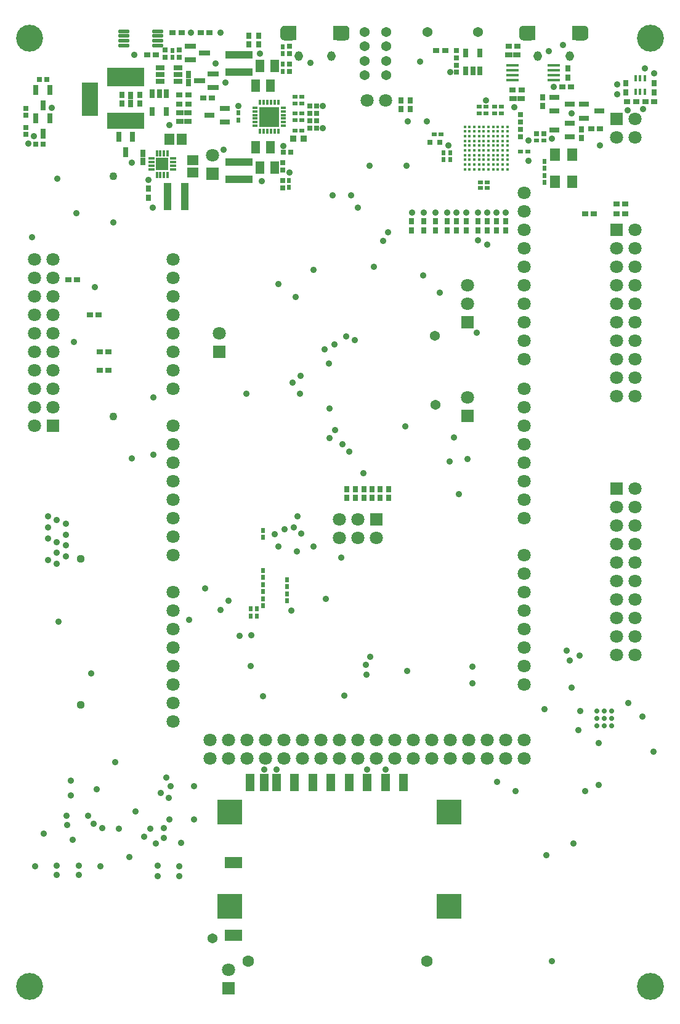
<source format=gbs>
%FSLAX43Y43*%
%MOMM*%
G71*
G01*
G75*
G04 Layer_Color=16711935*
%ADD10C,0.175*%
%ADD11R,0.600X0.900*%
%ADD12R,0.800X0.650*%
%ADD13R,0.900X0.600*%
%ADD14R,0.650X0.800*%
%ADD15R,0.500X0.650*%
%ADD16R,0.600X0.550*%
%ADD17R,1.050X0.600*%
%ADD18R,0.550X0.600*%
%ADD19R,0.700X0.700*%
%ADD20R,1.000X2.250*%
%ADD21R,1.200X1.200*%
%ADD22R,1.200X1.200*%
%ADD23R,0.400X1.350*%
%ADD24R,1.100X0.600*%
%ADD25R,1.100X1.000*%
%ADD26R,0.700X0.700*%
%ADD27R,0.650X0.500*%
%ADD28R,1.500X2.400*%
%ADD29R,2.200X1.500*%
%ADD30R,1.092X1.600*%
%ADD31R,1.600X1.092*%
%ADD32R,1.350X1.500*%
%ADD33R,1.500X1.350*%
%ADD34R,0.762X0.762*%
%ADD35R,0.500X0.600*%
%ADD36R,0.762X0.762*%
%ADD37R,0.950X1.000*%
%ADD38R,2.800X1.400*%
%ADD39R,1.600X1.300*%
%ADD40R,1.300X1.600*%
%ADD41R,0.950X1.750*%
%ADD42R,2.500X4.600*%
%ADD43R,2.200X0.600*%
%ADD44R,0.300X1.700*%
%ADD45O,0.300X1.700*%
%ADD46O,1.700X0.300*%
%ADD47R,0.850X0.300*%
%ADD48R,1.300X1.400*%
%ADD49R,0.230X0.500*%
%ADD50R,0.500X0.230*%
%ADD51R,3.400X3.400*%
%ADD52C,0.320*%
%ADD53R,0.600X1.100*%
%ADD54R,4.100X3.500*%
%ADD55R,0.350X0.675*%
%ADD56R,2.500X1.700*%
%ADD57R,1.400X1.600*%
%ADD58R,0.700X0.300*%
%ADD59O,0.200X0.700*%
%ADD60O,0.700X0.200*%
%ADD61R,2.800X2.800*%
%ADD62R,1.000X1.600*%
%ADD63R,3.000X2.500*%
%ADD64R,1.200X2.000*%
%ADD65R,0.610X4.600*%
%ADD66R,2.000X4.900*%
%ADD67R,0.810X4.600*%
%ADD68R,1.100X0.300*%
%ADD69R,3.100X2.300*%
%ADD70R,2.270X0.280*%
%ADD71R,0.430X2.540*%
%ADD72R,0.430X4.700*%
%ADD73R,3.200X1.270*%
%ADD74R,3.683X1.270*%
%ADD75R,0.740X2.790*%
%ADD76C,0.180*%
%ADD77C,0.200*%
%ADD78C,0.150*%
%ADD79C,0.300*%
%ADD80C,0.165*%
%ADD81C,0.185*%
%ADD82C,0.127*%
%ADD83R,1.800X1.900*%
%ADD84R,0.300X0.900*%
%ADD85C,3.600*%
%ADD86R,1.700X1.700*%
G04:AMPARAMS|DCode=87|XSize=1.05mm|YSize=1.25mm|CornerRadius=0.525mm|HoleSize=0mm|Usage=FLASHONLY|Rotation=180.000|XOffset=0mm|YOffset=0mm|HoleType=Round|Shape=RoundedRectangle|*
%AMROUNDEDRECTD87*
21,1,1.050,0.200,0,0,180.0*
21,1,0.000,1.250,0,0,180.0*
1,1,1.050,0.000,0.100*
1,1,1.050,0.000,0.100*
1,1,1.050,0.000,-0.100*
1,1,1.050,0.000,-0.100*
%
%ADD87ROUNDEDRECTD87*%
G04:AMPARAMS|DCode=88|XSize=2.1mm|YSize=1.9mm|CornerRadius=0.494mm|HoleSize=0mm|Usage=FLASHONLY|Rotation=180.000|XOffset=0mm|YOffset=0mm|HoleType=Round|Shape=RoundedRectangle|*
%AMROUNDEDRECTD88*
21,1,2.100,0.912,0,0,180.0*
21,1,1.112,1.900,0,0,180.0*
1,1,0.988,-0.556,0.456*
1,1,0.988,0.556,0.456*
1,1,0.988,0.556,-0.456*
1,1,0.988,-0.556,-0.456*
%
%ADD88ROUNDEDRECTD88*%
%ADD89C,1.700*%
%ADD90R,1.700X1.700*%
%ADD91C,1.500*%
%ADD92R,5.000X2.400*%
%ADD93R,5.000X2.200*%
%ADD94R,2.200X4.500*%
%ADD95C,1.020*%
%ADD96C,1.000*%
%ADD97C,0.550*%
%ADD98C,0.400*%
%ADD99C,0.700*%
%ADD100C,0.660*%
%ADD101C,1.016*%
%ADD102C,0.500*%
%ADD103C,1.600*%
G04:AMPARAMS|DCode=104|XSize=2.524mm|YSize=2.524mm|CornerRadius=0mm|HoleSize=0mm|Usage=FLASHONLY|Rotation=0.000|XOffset=0mm|YOffset=0mm|HoleType=Round|Shape=Relief|Width=0.254mm|Gap=0.254mm|Entries=4|*
%AMTHD104*
7,0,0,2.524,2.016,0.254,45*
%
%ADD104THD104*%
%ADD105O,1.250X1.450*%
%ADD106O,1.425X2.100*%
%ADD107C,1.900*%
%ADD108C,2.100*%
%ADD109C,3.600*%
%AMTHOVALD110*
21,1,1.800,2.724,0,0,0.0*
1,1,2.724,-0.900,0.000*
1,1,2.724,0.900,0.000*
21,0,1.800,2.216,0,0,0.0*
1,0,2.216,-0.900,0.000*
1,0,2.216,0.900,0.000*
4,0,4,-0.810,-0.090,-1.773,-1.053,-1.953,-0.873,-0.990,0.090,-0.810,-0.090,0.0*
4,0,4,0.990,-0.090,1.953,0.873,1.773,1.053,0.810,0.090,0.990,-0.090,0.0*
4,0,4,-0.990,-0.090,-1.953,0.873,-1.773,1.053,-0.810,0.090,-0.990,-0.090,0.0*
4,0,4,0.810,-0.090,1.773,-1.053,1.953,-0.873,0.990,0.090,0.810,-0.090,0.0*
%
%ADD110THOVALD110*%

%ADD111O,4.100X1.800*%
%AMTHOVALD112*
21,1,1.700,2.824,0,0,270.0*
1,1,2.824,0.000,0.850*
1,1,2.824,0.000,-0.850*
21,0,1.700,2.316,0,0,270.0*
1,0,2.316,0.000,0.850*
1,0,2.316,0.000,-0.850*
4,0,4,-0.090,0.760,-1.088,1.759,-0.909,1.938,0.090,0.940,-0.090,0.760,0.0*
4,0,4,-0.090,-0.940,0.909,-1.938,1.088,-1.759,0.090,-0.760,-0.090,-0.940,0.0*
4,0,4,-0.090,0.940,0.909,1.938,1.088,1.759,0.090,0.760,-0.090,0.940,0.0*
4,0,4,-0.090,-0.760,-1.088,-1.759,-0.909,-1.938,0.090,-0.940,-0.090,-0.760,0.0*
%
%ADD112THOVALD112*%

%ADD113C,1.620*%
%ADD114C,1.790*%
%ADD115C,0.850*%
%ADD116C,0.800*%
%ADD117C,0.930*%
%ADD118C,3.300*%
%ADD119O,3.600X1.800*%
%ADD120O,1.900X3.600*%
%ADD121C,0.950*%
%ADD122C,0.800*%
%ADD123C,1.270*%
%ADD124R,1.300X0.600*%
%ADD125R,3.700X0.980*%
%ADD126R,0.600X1.300*%
%ADD127R,0.650X1.050*%
%ADD128R,0.980X3.700*%
%ADD129R,1.400X0.600*%
%ADD130R,0.350X0.850*%
%ADD131R,1.700X0.350*%
%ADD132C,0.280*%
%ADD133O,0.280X0.850*%
%ADD134O,0.850X0.280*%
%ADD135R,2.700X2.700*%
%ADD136R,0.700X0.230*%
%ADD137R,0.230X0.700*%
%ADD138O,1.524X0.381*%
%ADD139R,2.000X1.100*%
%ADD140R,3.000X3.000*%
%ADD141R,0.800X2.000*%
%ADD142C,0.125*%
%ADD143R,0.312X0.829*%
%ADD144R,1.490X0.201*%
%ADD145R,1.507X0.242*%
%ADD146C,0.254*%
%ADD147C,0.250*%
%ADD148C,0.600*%
%ADD149C,1.000*%
%ADD150C,0.100*%
%ADD151C,0.112*%
%ADD152R,2.100X2.100*%
%ADD153R,2.100X2.100*%
%ADD154C,0.264*%
%ADD155R,1.750X1.750*%
%ADD156R,0.870X0.870*%
%ADD157R,1.125X1.550*%
%ADD158R,1.700X1.700*%
%ADD159R,0.000X0.000*%
%ADD160R,1.350X1.550*%
%ADD161R,1.300X1.400*%
%ADD162R,0.510X0.900*%
%ADD163R,0.850X1.950*%
%ADD164R,0.700X1.000*%
%ADD165R,0.900X0.750*%
%ADD166R,1.000X0.700*%
%ADD167R,0.750X0.900*%
%ADD168R,0.600X0.750*%
%ADD169R,0.700X0.650*%
%ADD170R,1.150X0.700*%
%ADD171R,0.650X0.700*%
%ADD172R,0.800X0.800*%
%ADD173R,1.100X2.350*%
%ADD174R,1.300X1.300*%
%ADD175R,1.300X1.300*%
%ADD176R,0.500X1.450*%
%ADD177R,1.200X0.700*%
%ADD178R,1.200X1.100*%
%ADD179R,0.800X0.800*%
%ADD180R,0.750X0.600*%
%ADD181R,1.600X2.500*%
%ADD182R,2.300X1.600*%
%ADD183R,1.192X1.700*%
%ADD184R,1.700X1.192*%
%ADD185R,1.450X1.600*%
%ADD186R,1.600X1.450*%
%ADD187R,0.862X0.862*%
%ADD188R,0.600X0.700*%
%ADD189R,0.862X0.862*%
%ADD190R,1.050X1.100*%
%ADD191R,2.900X1.500*%
%ADD192R,1.700X1.400*%
%ADD193R,1.400X1.700*%
%ADD194R,1.050X1.850*%
%ADD195R,2.600X4.700*%
%ADD196R,2.300X0.700*%
%ADD197R,0.400X1.800*%
%ADD198O,0.400X1.800*%
%ADD199O,1.800X0.400*%
%ADD200R,0.950X0.400*%
%ADD201R,1.400X1.500*%
%ADD202R,0.330X0.600*%
%ADD203R,0.600X0.330*%
%ADD204R,3.500X3.500*%
%ADD205C,0.470*%
%ADD206R,0.700X1.200*%
%ADD207R,4.200X3.600*%
%ADD208R,0.450X0.775*%
%ADD209R,2.600X1.800*%
%ADD210R,1.550X1.750*%
%ADD211R,0.850X0.450*%
%ADD212O,0.300X0.800*%
%ADD213O,0.800X0.300*%
%ADD214R,2.900X2.900*%
%ADD215R,1.100X1.700*%
%ADD216R,3.100X2.600*%
%ADD217R,1.300X2.100*%
%ADD218R,0.710X4.700*%
%ADD219R,2.100X5.000*%
%ADD220R,0.910X4.700*%
%ADD221R,1.200X0.400*%
%ADD222R,3.200X2.400*%
%ADD223R,2.370X0.380*%
%ADD224R,0.530X2.640*%
%ADD225R,0.530X4.800*%
%ADD226R,3.300X1.370*%
%ADD227R,3.783X1.370*%
%ADD228R,0.840X2.890*%
%ADD229R,1.900X2.000*%
%ADD230C,3.700*%
%ADD231R,1.800X1.800*%
G04:AMPARAMS|DCode=232|XSize=1.15mm|YSize=1.35mm|CornerRadius=0.575mm|HoleSize=0mm|Usage=FLASHONLY|Rotation=180.000|XOffset=0mm|YOffset=0mm|HoleType=Round|Shape=RoundedRectangle|*
%AMROUNDEDRECTD232*
21,1,1.150,0.200,0,0,180.0*
21,1,0.000,1.350,0,0,180.0*
1,1,1.150,0.000,0.100*
1,1,1.150,0.000,0.100*
1,1,1.150,0.000,-0.100*
1,1,1.150,0.000,-0.100*
%
%ADD232ROUNDEDRECTD232*%
G04:AMPARAMS|DCode=233|XSize=2.2mm|YSize=2mm|CornerRadius=0.544mm|HoleSize=0mm|Usage=FLASHONLY|Rotation=180.000|XOffset=0mm|YOffset=0mm|HoleType=Round|Shape=RoundedRectangle|*
%AMROUNDEDRECTD233*
21,1,2.200,0.912,0,0,180.0*
21,1,1.112,2.000,0,0,180.0*
1,1,1.088,-0.556,0.456*
1,1,1.088,0.556,0.456*
1,1,1.088,0.556,-0.456*
1,1,1.088,-0.556,-0.456*
%
%ADD233ROUNDEDRECTD233*%
%ADD234C,1.800*%
%ADD235C,0.100*%
%ADD236R,1.800X1.800*%
%ADD237R,0.100X0.100*%
%ADD238R,5.100X2.500*%
%ADD239R,5.100X2.300*%
%ADD240R,2.300X4.600*%
%ADD241C,1.120*%
%ADD242C,1.100*%
%ADD243C,0.650*%
%ADD244C,0.900*%
%ADD245C,1.370*%
%ADD246R,1.400X0.700*%
%ADD247R,3.800X1.080*%
%ADD248R,0.700X1.400*%
%ADD249R,0.750X1.150*%
%ADD250R,1.080X3.800*%
%ADD251R,1.500X0.700*%
%ADD252R,0.450X0.950*%
%ADD253R,1.800X0.450*%
%ADD254C,0.380*%
%ADD255O,0.380X0.950*%
%ADD256O,0.950X0.380*%
%ADD257R,0.800X0.330*%
%ADD258R,0.330X0.800*%
%ADD259O,1.624X0.481*%
%ADD260R,2.400X1.500*%
%ADD261R,3.400X3.400*%
%ADD262R,1.200X2.400*%
G36*
X-11398Y-675D02*
X-11396Y-675D01*
X-11348Y-679D01*
X-11347Y-679D01*
X-11345Y-679D01*
X-11292Y-686D01*
X-11289Y-687D01*
X-11285Y-688D01*
X-11232Y-703D01*
X-11230Y-703D01*
X-11228Y-704D01*
X-11185Y-720D01*
X-11183Y-721D01*
X-11181Y-722D01*
X-11139Y-742D01*
X-11137Y-743D01*
X-11134Y-745D01*
X-11090Y-773D01*
X-11088Y-774D01*
X-11087Y-775D01*
X-11049Y-804D01*
X-11047Y-805D01*
X-11046Y-806D01*
X-11007Y-840D01*
X-11004Y-843D01*
X-11001Y-846D01*
X-10972Y-882D01*
X-10971Y-883D01*
X-10971Y-884D01*
X-10943Y-921D01*
X-10941Y-923D01*
X-10940Y-926D01*
X-10916Y-967D01*
X-10915Y-969D01*
X-10914Y-970D01*
X-10894Y-1012D01*
X-10893Y-1014D01*
X-10892Y-1016D01*
X-10876Y-1058D01*
X-10875Y-1061D01*
X-10874Y-1064D01*
X-10862Y-1115D01*
X-10862Y-1117D01*
X-10861Y-1119D01*
X-10854Y-1164D01*
X-10854Y-1166D01*
X-10854Y-1168D01*
X-10850Y-1221D01*
X-10850Y-1223D01*
X-10850Y-1225D01*
Y-2125D01*
X-10850Y-2127D01*
X-10850Y-2129D01*
X-10854Y-2184D01*
X-10854Y-2186D01*
X-10855Y-2189D01*
X-10863Y-2234D01*
X-10863Y-2235D01*
X-10863Y-2237D01*
X-10875Y-2287D01*
X-10876Y-2290D01*
X-10877Y-2294D01*
X-10893Y-2334D01*
X-10906Y-2366D01*
X-10908Y-2370D01*
X-10910Y-2373D01*
X-10935Y-2416D01*
X-10936Y-2418D01*
X-10937Y-2420D01*
X-10963Y-2457D01*
X-10964Y-2458D01*
X-10965Y-2460D01*
X-10996Y-2498D01*
X-10999Y-2500D01*
X-11001Y-2503D01*
X-11046Y-2544D01*
X-11048Y-2546D01*
X-11050Y-2547D01*
X-11090Y-2577D01*
X-11092Y-2578D01*
X-11093Y-2579D01*
X-11139Y-2609D01*
X-11142Y-2610D01*
X-11145Y-2612D01*
X-11198Y-2636D01*
X-11201Y-2637D01*
X-11205Y-2638D01*
X-11292Y-2664D01*
X-11297Y-2665D01*
X-11301Y-2666D01*
X-11301Y-2666D01*
X-11301Y-2666D01*
X-11301D01*
X-11395Y-2675D01*
X-11398Y-2675D01*
X-11400Y-2675D01*
X-13000D01*
X-13010Y-2674D01*
X-13019Y-2671D01*
X-13028Y-2667D01*
X-13036Y-2661D01*
X-13042Y-2653D01*
X-13046Y-2644D01*
X-13049Y-2635D01*
X-13050Y-2625D01*
Y-725D01*
X-13049Y-715D01*
X-13046Y-706D01*
X-13042Y-697D01*
X-13036Y-689D01*
X-13028Y-683D01*
X-13019Y-679D01*
X-13010Y-676D01*
X-13000Y-675D01*
X-11400D01*
X-11398Y-675D01*
D02*
G37*
G36*
X-44232D02*
X-44230Y-675D01*
X-44182Y-679D01*
X-44181Y-679D01*
X-44179Y-679D01*
X-44126Y-686D01*
X-44123Y-687D01*
X-44119Y-688D01*
X-44066Y-703D01*
X-44064Y-703D01*
X-44062Y-704D01*
X-44019Y-720D01*
X-44017Y-721D01*
X-44015Y-722D01*
X-43973Y-742D01*
X-43971Y-743D01*
X-43968Y-745D01*
X-43924Y-773D01*
X-43922Y-774D01*
X-43921Y-775D01*
X-43883Y-804D01*
X-43881Y-805D01*
X-43880Y-806D01*
X-43841Y-840D01*
X-43838Y-843D01*
X-43835Y-846D01*
X-43806Y-882D01*
X-43805Y-883D01*
X-43805Y-884D01*
X-43777Y-921D01*
X-43775Y-923D01*
X-43774Y-926D01*
X-43750Y-967D01*
X-43749Y-969D01*
X-43748Y-970D01*
X-43728Y-1012D01*
X-43727Y-1014D01*
X-43726Y-1016D01*
X-43710Y-1058D01*
X-43709Y-1061D01*
X-43708Y-1064D01*
X-43696Y-1115D01*
X-43696Y-1117D01*
X-43695Y-1119D01*
X-43688Y-1164D01*
X-43688Y-1166D01*
X-43688Y-1168D01*
X-43684Y-1221D01*
X-43684Y-1223D01*
X-43684Y-1225D01*
Y-2125D01*
X-43684Y-2127D01*
X-43684Y-2129D01*
X-43688Y-2184D01*
X-43688Y-2186D01*
X-43689Y-2189D01*
X-43697Y-2234D01*
X-43697Y-2235D01*
X-43697Y-2237D01*
X-43709Y-2287D01*
X-43710Y-2290D01*
X-43711Y-2294D01*
X-43727Y-2334D01*
X-43740Y-2366D01*
X-43742Y-2370D01*
X-43744Y-2373D01*
X-43769Y-2416D01*
X-43770Y-2418D01*
X-43771Y-2420D01*
X-43797Y-2457D01*
X-43798Y-2458D01*
X-43799Y-2460D01*
X-43830Y-2498D01*
X-43833Y-2500D01*
X-43835Y-2503D01*
X-43880Y-2544D01*
X-43882Y-2546D01*
X-43884Y-2547D01*
X-43924Y-2577D01*
X-43926Y-2578D01*
X-43927Y-2579D01*
X-43973Y-2609D01*
X-43976Y-2610D01*
X-43979Y-2612D01*
X-44032Y-2636D01*
X-44035Y-2637D01*
X-44039Y-2638D01*
X-44126Y-2664D01*
X-44131Y-2665D01*
X-44135Y-2666D01*
X-44135Y-2666D01*
X-44135Y-2666D01*
X-44135D01*
X-44229Y-2675D01*
X-44232Y-2675D01*
X-44234Y-2675D01*
X-45834D01*
X-45844Y-2674D01*
X-45853Y-2671D01*
X-45862Y-2667D01*
X-45870Y-2661D01*
X-45876Y-2653D01*
X-45880Y-2644D01*
X-45883Y-2635D01*
X-45884Y-2625D01*
Y-725D01*
X-45883Y-715D01*
X-45880Y-706D01*
X-45876Y-697D01*
X-45870Y-689D01*
X-45862Y-683D01*
X-45853Y-679D01*
X-45844Y-676D01*
X-45834Y-675D01*
X-44234D01*
X-44232Y-675D01*
D02*
G37*
G36*
X-18190Y-676D02*
X-18181Y-679D01*
X-18172Y-683D01*
X-18164Y-689D01*
X-18158Y-697D01*
X-18154Y-706D01*
X-18151Y-715D01*
X-18150Y-725D01*
Y-2625D01*
X-18151Y-2635D01*
X-18154Y-2644D01*
X-18158Y-2653D01*
X-18164Y-2661D01*
X-18172Y-2667D01*
X-18181Y-2671D01*
X-18190Y-2674D01*
X-18200Y-2675D01*
X-19800D01*
X-19802Y-2675D01*
X-19804Y-2675D01*
X-19852Y-2671D01*
X-19853Y-2671D01*
X-19855Y-2671D01*
X-19908Y-2664D01*
X-19911Y-2663D01*
X-19915Y-2662D01*
X-19968Y-2647D01*
X-19970Y-2647D01*
X-19972Y-2646D01*
X-20015Y-2630D01*
X-20017Y-2629D01*
X-20019Y-2628D01*
X-20061Y-2608D01*
X-20063Y-2607D01*
X-20066Y-2605D01*
X-20110Y-2577D01*
X-20112Y-2576D01*
X-20113Y-2575D01*
X-20151Y-2546D01*
X-20153Y-2545D01*
X-20154Y-2544D01*
X-20193Y-2510D01*
X-20196Y-2507D01*
X-20199Y-2504D01*
X-20228Y-2468D01*
X-20229Y-2467D01*
X-20229Y-2466D01*
X-20257Y-2429D01*
X-20259Y-2427D01*
X-20260Y-2424D01*
X-20284Y-2383D01*
X-20285Y-2381D01*
X-20286Y-2380D01*
X-20306Y-2338D01*
X-20307Y-2336D01*
X-20308Y-2334D01*
X-20324Y-2292D01*
X-20325Y-2289D01*
X-20326Y-2286D01*
X-20338Y-2235D01*
X-20338Y-2233D01*
X-20339Y-2231D01*
X-20346Y-2186D01*
X-20346Y-2184D01*
X-20346Y-2182D01*
X-20350Y-2129D01*
X-20350Y-2127D01*
X-20350Y-2125D01*
Y-1225D01*
X-20350Y-1223D01*
X-20350Y-1221D01*
X-20346Y-1166D01*
X-20346Y-1164D01*
X-20345Y-1161D01*
X-20337Y-1116D01*
X-20337Y-1115D01*
X-20337Y-1113D01*
X-20325Y-1063D01*
X-20324Y-1060D01*
X-20323Y-1056D01*
X-20307Y-1016D01*
X-20294Y-984D01*
X-20292Y-980D01*
X-20290Y-977D01*
X-20265Y-934D01*
X-20264Y-932D01*
X-20263Y-930D01*
X-20237Y-893D01*
X-20236Y-892D01*
X-20235Y-890D01*
X-20204Y-852D01*
X-20201Y-850D01*
X-20199Y-847D01*
X-20154Y-806D01*
X-20152Y-804D01*
X-20150Y-803D01*
X-20110Y-773D01*
X-20108Y-772D01*
X-20107Y-771D01*
X-20061Y-742D01*
X-20058Y-740D01*
X-20055Y-738D01*
X-20002Y-714D01*
X-19999Y-713D01*
X-19995Y-712D01*
X-19908Y-686D01*
X-19903Y-685D01*
X-19899Y-684D01*
X-19899Y-684D01*
X-19899Y-684D01*
X-19899D01*
X-19805Y-675D01*
X-19802Y-675D01*
X-19800Y-675D01*
X-18200D01*
X-18190Y-676D01*
D02*
G37*
G36*
X-51024D02*
X-51015Y-679D01*
X-51006Y-683D01*
X-50998Y-689D01*
X-50992Y-697D01*
X-50988Y-706D01*
X-50985Y-715D01*
X-50984Y-725D01*
Y-2625D01*
X-50985Y-2635D01*
X-50988Y-2644D01*
X-50992Y-2653D01*
X-50998Y-2661D01*
X-51006Y-2667D01*
X-51015Y-2671D01*
X-51024Y-2674D01*
X-51034Y-2675D01*
X-52634D01*
X-52636Y-2675D01*
X-52638Y-2675D01*
X-52686Y-2671D01*
X-52687Y-2671D01*
X-52689Y-2671D01*
X-52742Y-2664D01*
X-52745Y-2663D01*
X-52749Y-2662D01*
X-52802Y-2647D01*
X-52804Y-2647D01*
X-52806Y-2646D01*
X-52849Y-2630D01*
X-52851Y-2629D01*
X-52853Y-2628D01*
X-52895Y-2608D01*
X-52897Y-2607D01*
X-52900Y-2605D01*
X-52944Y-2577D01*
X-52946Y-2576D01*
X-52947Y-2575D01*
X-52985Y-2546D01*
X-52987Y-2545D01*
X-52988Y-2544D01*
X-53027Y-2510D01*
X-53030Y-2507D01*
X-53033Y-2504D01*
X-53062Y-2468D01*
X-53063Y-2467D01*
X-53063Y-2466D01*
X-53091Y-2429D01*
X-53093Y-2427D01*
X-53094Y-2424D01*
X-53118Y-2383D01*
X-53119Y-2381D01*
X-53120Y-2380D01*
X-53140Y-2338D01*
X-53141Y-2336D01*
X-53142Y-2334D01*
X-53158Y-2292D01*
X-53159Y-2289D01*
X-53160Y-2286D01*
X-53172Y-2235D01*
X-53172Y-2233D01*
X-53173Y-2231D01*
X-53180Y-2186D01*
X-53180Y-2184D01*
X-53180Y-2182D01*
X-53184Y-2129D01*
X-53184Y-2127D01*
X-53184Y-2125D01*
Y-1225D01*
X-53184Y-1223D01*
X-53184Y-1221D01*
X-53180Y-1166D01*
X-53180Y-1164D01*
X-53179Y-1161D01*
X-53171Y-1116D01*
X-53171Y-1115D01*
X-53171Y-1113D01*
X-53159Y-1063D01*
X-53158Y-1060D01*
X-53157Y-1056D01*
X-53141Y-1016D01*
X-53128Y-984D01*
X-53126Y-980D01*
X-53124Y-977D01*
X-53099Y-934D01*
X-53098Y-932D01*
X-53097Y-930D01*
X-53071Y-893D01*
X-53070Y-892D01*
X-53069Y-890D01*
X-53038Y-852D01*
X-53035Y-850D01*
X-53033Y-847D01*
X-52988Y-806D01*
X-52986Y-804D01*
X-52984Y-803D01*
X-52944Y-773D01*
X-52942Y-772D01*
X-52941Y-771D01*
X-52895Y-742D01*
X-52892Y-740D01*
X-52889Y-738D01*
X-52836Y-714D01*
X-52833Y-713D01*
X-52829Y-712D01*
X-52742Y-686D01*
X-52737Y-685D01*
X-52733Y-684D01*
X-52733Y-684D01*
X-52733Y-684D01*
X-52733D01*
X-52639Y-675D01*
X-52636Y-675D01*
X-52634Y-675D01*
X-51034D01*
X-51024Y-676D01*
D02*
G37*
D61*
X-54732Y-13180D02*
D03*
D99*
X-8675Y-94875D02*
D03*
Y-96875D02*
D03*
Y-95875D02*
D03*
X-7675Y-94875D02*
D03*
Y-96875D02*
D03*
X-9675Y-94875D02*
D03*
Y-96875D02*
D03*
X-7675Y-95875D02*
D03*
X-9675D02*
D03*
D103*
X-57627Y-129200D02*
D03*
X-33028D02*
D03*
D164*
X-65857Y-8459D02*
D03*
Y-7359D02*
D03*
X-72125Y-19325D02*
D03*
Y-18225D02*
D03*
X-73755Y-10219D02*
D03*
Y-11319D02*
D03*
D165*
X-1800Y-11100D02*
D03*
X-3000D02*
D03*
X-4300D02*
D03*
X-5500D02*
D03*
X-10475Y-14850D02*
D03*
X-9275D02*
D03*
X-11325Y-26500D02*
D03*
X-10125D02*
D03*
X-7000D02*
D03*
X-5800D02*
D03*
X-7000Y-25200D02*
D03*
X-5800D02*
D03*
X-13200Y-9075D02*
D03*
X-14400D02*
D03*
X-20600Y-3525D02*
D03*
X-21800D02*
D03*
X-20050Y-9500D02*
D03*
X-21250D02*
D03*
X-62600Y-10625D02*
D03*
X-63800D02*
D03*
X-64118Y-1650D02*
D03*
X-62918D02*
D03*
X-67977D02*
D03*
X-66777D02*
D03*
X-67056Y-11430D02*
D03*
X-65856D02*
D03*
X-70300Y-4675D02*
D03*
X-71500D02*
D03*
X-76850Y-48034D02*
D03*
X-78050D02*
D03*
X-76850Y-45494D02*
D03*
X-78050D02*
D03*
X-81159Y-35560D02*
D03*
X-82359D02*
D03*
X-78177Y-40421D02*
D03*
X-79377D02*
D03*
X-65856Y-10216D02*
D03*
X-67056D02*
D03*
X-31750Y-4075D02*
D03*
X-30550D02*
D03*
D166*
X-65906Y-13834D02*
D03*
X-67006D02*
D03*
X-67006Y-12637D02*
D03*
X-65906D02*
D03*
X-20100Y-10675D02*
D03*
X-21200D02*
D03*
X-20650Y-4650D02*
D03*
X-21750D02*
D03*
D167*
X-72526Y-11360D02*
D03*
Y-10160D02*
D03*
X-30281Y-27562D02*
D03*
Y-28762D02*
D03*
X-56132Y-2030D02*
D03*
Y-3230D02*
D03*
X-5700Y-8600D02*
D03*
Y-9800D02*
D03*
X-1800Y-9800D02*
D03*
Y-8600D02*
D03*
X-57507Y-3230D02*
D03*
Y-2030D02*
D03*
X-11800Y-16100D02*
D03*
Y-14900D02*
D03*
X-13675Y-7775D02*
D03*
Y-6575D02*
D03*
X-17100Y-11700D02*
D03*
Y-10500D02*
D03*
X-31881Y-27569D02*
D03*
Y-28769D02*
D03*
X-26016Y-27562D02*
D03*
Y-28762D02*
D03*
X-24741Y-27562D02*
D03*
Y-28762D02*
D03*
X-23466Y-27562D02*
D03*
Y-28762D02*
D03*
X-22191Y-27562D02*
D03*
Y-28762D02*
D03*
X-33481Y-28769D02*
D03*
Y-27569D02*
D03*
X-36600Y-10950D02*
D03*
Y-12150D02*
D03*
X-35325Y-12150D02*
D03*
Y-10950D02*
D03*
X-71300Y-23075D02*
D03*
Y-24275D02*
D03*
X-38328Y-65549D02*
D03*
Y-64349D02*
D03*
X-42878Y-65549D02*
D03*
Y-64349D02*
D03*
X-41728Y-64349D02*
D03*
Y-65549D02*
D03*
X-39478Y-65549D02*
D03*
Y-64349D02*
D03*
X-44028Y-64349D02*
D03*
Y-65549D02*
D03*
X-40600Y-65550D02*
D03*
Y-64350D02*
D03*
X-35131Y-28769D02*
D03*
Y-27569D02*
D03*
X-28956Y-28762D02*
D03*
Y-27562D02*
D03*
X-27631Y-28762D02*
D03*
Y-27562D02*
D03*
X-74983Y-10169D02*
D03*
Y-11369D02*
D03*
D168*
X-52297Y-78775D02*
D03*
Y-79725D02*
D03*
Y-76825D02*
D03*
Y-77775D02*
D03*
X-55547Y-79425D02*
D03*
Y-80375D02*
D03*
Y-75525D02*
D03*
Y-76475D02*
D03*
X-16900Y-19325D02*
D03*
Y-20275D02*
D03*
Y-22175D02*
D03*
Y-21225D02*
D03*
X-29875Y-18125D02*
D03*
Y-19075D02*
D03*
X-30750Y-18125D02*
D03*
Y-19075D02*
D03*
X-58982Y-12655D02*
D03*
Y-13605D02*
D03*
X-52007Y-22880D02*
D03*
Y-21930D02*
D03*
X-52832Y-3530D02*
D03*
Y-4480D02*
D03*
X-52832Y-5980D02*
D03*
Y-6930D02*
D03*
X-57272Y-80825D02*
D03*
Y-81775D02*
D03*
X-56422Y-80825D02*
D03*
Y-81775D02*
D03*
X-55547Y-77475D02*
D03*
Y-78425D02*
D03*
Y-70975D02*
D03*
Y-70025D02*
D03*
X-67986Y-4996D02*
D03*
Y-4046D02*
D03*
D169*
X-17975Y-15525D02*
D03*
X-16975D02*
D03*
X-85825Y-16950D02*
D03*
X-86825D02*
D03*
X-85325Y-8025D02*
D03*
X-86325D02*
D03*
X-51757Y-18080D02*
D03*
X-52757D02*
D03*
D171*
X-49107Y-14711D02*
D03*
Y-13711D02*
D03*
X-48207D02*
D03*
Y-14711D02*
D03*
X-49107Y-11693D02*
D03*
Y-12693D02*
D03*
X-48207D02*
D03*
Y-11693D02*
D03*
X-28950Y-5075D02*
D03*
Y-4075D02*
D03*
X-28950Y-7075D02*
D03*
Y-6075D02*
D03*
X-20175Y-14900D02*
D03*
Y-15900D02*
D03*
Y-13900D02*
D03*
Y-12900D02*
D03*
X-69004Y-5020D02*
D03*
Y-4020D02*
D03*
X-67050Y-4021D02*
D03*
Y-5021D02*
D03*
X-52832Y-22930D02*
D03*
Y-21930D02*
D03*
X-52832Y-20505D02*
D03*
Y-19505D02*
D03*
X-51957Y-3505D02*
D03*
Y-4505D02*
D03*
X-51957Y-6955D02*
D03*
Y-5955D02*
D03*
X-88175Y-15625D02*
D03*
Y-14625D02*
D03*
Y-13000D02*
D03*
Y-12000D02*
D03*
D177*
X-67299Y-6437D02*
D03*
Y-7387D02*
D03*
Y-8337D02*
D03*
X-69699D02*
D03*
Y-7387D02*
D03*
Y-6437D02*
D03*
D179*
X-32650Y-16700D02*
D03*
X-31250D02*
D03*
D180*
X-25725Y-22950D02*
D03*
X-24775D02*
D03*
X-25725Y-22200D02*
D03*
X-24775D02*
D03*
X-23750Y-12700D02*
D03*
X-22800D02*
D03*
X-23750Y-11800D02*
D03*
X-22800D02*
D03*
X-24900Y-12700D02*
D03*
X-25850D02*
D03*
X-24900Y-11800D02*
D03*
X-25850D02*
D03*
X-17950Y-16425D02*
D03*
X-17000D02*
D03*
X-31075Y-15600D02*
D03*
X-32025D02*
D03*
X-20150Y-18000D02*
D03*
X-19200D02*
D03*
X-51182Y-10405D02*
D03*
X-50232D02*
D03*
X-51182Y-11324D02*
D03*
X-50232D02*
D03*
X-51182Y-15080D02*
D03*
X-50232D02*
D03*
X-51182Y-12743D02*
D03*
X-50232D02*
D03*
X-51182Y-13661D02*
D03*
X-50232D02*
D03*
D183*
X-54575Y-8905D02*
D03*
X-56607D02*
D03*
X-54000Y-20205D02*
D03*
X-56032D02*
D03*
X-54000Y-6155D02*
D03*
X-56032D02*
D03*
X-54550Y-17405D02*
D03*
X-56582D02*
D03*
D185*
X-68425Y-16300D02*
D03*
X-66775D02*
D03*
D186*
X-65200Y-20825D02*
D03*
Y-19175D02*
D03*
D189*
X-50008Y-16205D02*
D03*
X-51405D02*
D03*
D193*
X-15400Y-22150D02*
D03*
Y-18350D02*
D03*
X-13100D02*
D03*
Y-22150D02*
D03*
D230*
X-87650Y-2350D02*
D03*
Y-132650D02*
D03*
X-2350D02*
D03*
Y-2350D02*
D03*
D231*
X-69425Y-19675D02*
D03*
X-6970Y-28730D02*
D03*
X-27442Y-54295D02*
D03*
X-60350Y-132945D02*
D03*
X-62510Y-20987D02*
D03*
X-6970Y-64290D02*
D03*
Y-13490D02*
D03*
X-61550Y-45500D02*
D03*
X-84440Y-55654D02*
D03*
X-27442Y-41430D02*
D03*
D232*
X-13375Y-4800D02*
D03*
X-17825D02*
D03*
X-46209D02*
D03*
X-50659D02*
D03*
D233*
X-19250Y-1675D02*
D03*
X-11950D02*
D03*
X-52084D02*
D03*
X-44784D02*
D03*
D234*
X-67930Y-32794D02*
D03*
Y-35334D02*
D03*
Y-40414D02*
D03*
Y-37874D02*
D03*
Y-48034D02*
D03*
Y-50574D02*
D03*
Y-45494D02*
D03*
Y-42954D02*
D03*
X-19670Y-91214D02*
D03*
Y-88674D02*
D03*
Y-83594D02*
D03*
Y-86134D02*
D03*
Y-75974D02*
D03*
Y-73434D02*
D03*
Y-78514D02*
D03*
Y-81054D02*
D03*
Y-68354D02*
D03*
Y-65814D02*
D03*
Y-60734D02*
D03*
Y-63274D02*
D03*
Y-53114D02*
D03*
Y-50574D02*
D03*
Y-55654D02*
D03*
Y-58194D02*
D03*
X-4430Y-51590D02*
D03*
X-6970Y-41430D02*
D03*
X-4430D02*
D03*
Y-43970D02*
D03*
X-6970D02*
D03*
X-4430Y-46510D02*
D03*
X-6970D02*
D03*
X-4430Y-49050D02*
D03*
X-6970D02*
D03*
Y-51590D02*
D03*
Y-38890D02*
D03*
Y-36350D02*
D03*
X-4430D02*
D03*
X-6970Y-33810D02*
D03*
X-4430D02*
D03*
X-6970Y-31270D02*
D03*
X-4430D02*
D03*
Y-28730D02*
D03*
Y-38890D02*
D03*
X-27442Y-51755D02*
D03*
X-60350Y-130405D02*
D03*
X-67930Y-78514D02*
D03*
Y-81054D02*
D03*
Y-86134D02*
D03*
Y-83594D02*
D03*
Y-93754D02*
D03*
Y-96294D02*
D03*
Y-91214D02*
D03*
Y-88674D02*
D03*
X-62510Y-18447D02*
D03*
X-45070Y-68481D02*
D03*
X-42530D02*
D03*
X-45070Y-71021D02*
D03*
X-42530D02*
D03*
X-39990D02*
D03*
X-62850Y-101374D02*
D03*
Y-98834D02*
D03*
X-29830D02*
D03*
Y-101374D02*
D03*
X-27290Y-98834D02*
D03*
Y-101374D02*
D03*
X-24750Y-98834D02*
D03*
Y-101374D02*
D03*
X-22210Y-98834D02*
D03*
Y-101374D02*
D03*
X-19670D02*
D03*
Y-98834D02*
D03*
X-32370D02*
D03*
Y-101374D02*
D03*
X-34910D02*
D03*
Y-98834D02*
D03*
X-37450Y-101374D02*
D03*
Y-98834D02*
D03*
X-39990Y-101374D02*
D03*
Y-98834D02*
D03*
X-42530Y-101374D02*
D03*
Y-98834D02*
D03*
X-60310D02*
D03*
Y-101374D02*
D03*
X-57770Y-98834D02*
D03*
Y-101374D02*
D03*
X-55230Y-98834D02*
D03*
Y-101374D02*
D03*
X-52690Y-98834D02*
D03*
Y-101374D02*
D03*
X-50150D02*
D03*
Y-98834D02*
D03*
X-45070Y-101374D02*
D03*
Y-98834D02*
D03*
X-47610Y-101374D02*
D03*
Y-98834D02*
D03*
X-38730Y-10950D02*
D03*
X-41270D02*
D03*
X-4430Y-87150D02*
D03*
X-6970Y-76990D02*
D03*
X-4430D02*
D03*
Y-79530D02*
D03*
X-6970D02*
D03*
X-4430Y-82070D02*
D03*
X-6970D02*
D03*
X-4430Y-84610D02*
D03*
X-6970D02*
D03*
Y-87150D02*
D03*
Y-74450D02*
D03*
Y-71910D02*
D03*
X-4430D02*
D03*
X-6970Y-69370D02*
D03*
X-4430D02*
D03*
X-6970Y-66830D02*
D03*
X-4430D02*
D03*
Y-64290D02*
D03*
Y-74450D02*
D03*
X-6970Y-16030D02*
D03*
X-4430D02*
D03*
Y-13490D02*
D03*
X-61550Y-42960D02*
D03*
X-84440Y-42954D02*
D03*
Y-32794D02*
D03*
X-86980D02*
D03*
X-84440Y-35334D02*
D03*
X-86980D02*
D03*
X-84440Y-37874D02*
D03*
X-86980D02*
D03*
X-84440Y-40414D02*
D03*
X-86980D02*
D03*
Y-42954D02*
D03*
Y-55654D02*
D03*
Y-53114D02*
D03*
X-84440D02*
D03*
X-86980Y-50574D02*
D03*
X-84440D02*
D03*
X-86980Y-48034D02*
D03*
X-84440D02*
D03*
X-86980Y-45494D02*
D03*
X-84440D02*
D03*
X-27442Y-36350D02*
D03*
Y-38890D02*
D03*
X-19670Y-36350D02*
D03*
Y-33810D02*
D03*
Y-28730D02*
D03*
Y-31270D02*
D03*
Y-41430D02*
D03*
Y-38890D02*
D03*
Y-43970D02*
D03*
Y-46510D02*
D03*
Y-26190D02*
D03*
Y-23650D02*
D03*
X-67930Y-55654D02*
D03*
Y-58194D02*
D03*
Y-63274D02*
D03*
Y-60734D02*
D03*
Y-70894D02*
D03*
Y-73434D02*
D03*
Y-68354D02*
D03*
Y-65814D02*
D03*
D235*
X-80425Y-129825D02*
D03*
Y-123525D02*
D03*
X-67925Y-129775D02*
D03*
Y-123475D02*
D03*
D236*
X-39990Y-68481D02*
D03*
D237*
X-9725Y-129095D02*
D03*
X-22425D02*
D03*
D238*
X-74450Y-7700D02*
D03*
D239*
Y-13700D02*
D03*
D240*
X-79350Y-10750D02*
D03*
D241*
X-80670Y-73890D02*
D03*
Y-94010D02*
D03*
D242*
X-76185Y-21364D02*
D03*
Y-54384D02*
D03*
D243*
X-68925Y-19175D02*
D03*
Y-20175D02*
D03*
X-69925D02*
D03*
Y-19175D02*
D03*
D244*
X-62098Y-5881D02*
D03*
X-73625Y-19525D02*
D03*
X-60982Y-17730D02*
D03*
X-60707Y-8480D02*
D03*
X-73300Y-4675D02*
D03*
X-68411Y-14313D02*
D03*
X-61425Y-1650D02*
D03*
X-30100Y-17150D02*
D03*
X-29850Y-7075D02*
D03*
X-24900Y-10900D02*
D03*
X-19050Y-16425D02*
D03*
X-21000Y-11900D02*
D03*
X-3075Y-6550D02*
D03*
X-5450Y-12300D02*
D03*
X-9250Y-17125D02*
D03*
X-87050Y-15825D02*
D03*
X-84600Y-11925D02*
D03*
X-71300Y-21875D02*
D03*
X-70750Y-25675D02*
D03*
X-16275Y-4125D02*
D03*
X-15625Y-9075D02*
D03*
X-13125Y-12675D02*
D03*
X-15900Y-16225D02*
D03*
X-26200Y-42875D02*
D03*
X-49084Y-5747D02*
D03*
X-51111Y-37966D02*
D03*
X-40299Y-33774D02*
D03*
X-35880Y-19893D02*
D03*
X-38368Y-29053D02*
D03*
X-40960Y-19893D02*
D03*
X-46040Y-23969D02*
D03*
X-43500D02*
D03*
X-52757Y-17205D02*
D03*
X-51907Y-20805D02*
D03*
X-57175Y-84400D02*
D03*
X-71075Y-111000D02*
D03*
X-73100Y-108650D02*
D03*
X-68425Y-109750D02*
D03*
X-12225Y-97475D02*
D03*
X-33525Y-34950D02*
D03*
X-83850Y-21725D02*
D03*
X-57275Y-88675D02*
D03*
X-58800Y-84475D02*
D03*
X-42530Y-25675D02*
D03*
X-55782Y-22005D02*
D03*
X-14300Y-3275D02*
D03*
X-85675Y-111700D02*
D03*
X-78850Y-110375D02*
D03*
X-79600Y-109275D02*
D03*
X-19075Y-19250D02*
D03*
X-82025Y-106400D02*
D03*
X-16861Y-94586D02*
D03*
X-81186Y-26411D02*
D03*
X-55550Y-92830D02*
D03*
X-82550Y-109225D02*
D03*
X-82525Y-110525D02*
D03*
X-78450Y-105625D02*
D03*
X-68525Y-106775D02*
D03*
X-81725Y-112525D02*
D03*
X-66800Y-112925D02*
D03*
X-68875Y-104000D02*
D03*
X-68295Y-105150D02*
D03*
X-71950Y-112125D02*
D03*
X-65025Y-109750D02*
D03*
Y-105150D02*
D03*
X-73625Y-60125D02*
D03*
X-78661Y-36587D02*
D03*
X-81550Y-44100D02*
D03*
X-76150Y-27700D02*
D03*
X-39100Y-30250D02*
D03*
X-65725Y-82325D02*
D03*
X-31250Y-37375D02*
D03*
X-3300Y-12150D02*
D03*
X-6850Y-10050D02*
D03*
Y-8750D02*
D03*
X-26009Y-26368D02*
D03*
X-24734Y-26368D02*
D03*
X-23459D02*
D03*
X-22184Y-26368D02*
D03*
X-27625Y-26368D02*
D03*
X-28950D02*
D03*
X-35125Y-26375D02*
D03*
X-36050Y-55750D02*
D03*
X-30275Y-26368D02*
D03*
X-33475Y-26375D02*
D03*
X-31875Y-26375D02*
D03*
X-24734Y-30725D02*
D03*
X-26009Y-30166D02*
D03*
X-26825Y-88773D02*
D03*
X-46425Y-57300D02*
D03*
X-47332Y-14711D02*
D03*
Y-11693D02*
D03*
X-73975Y-114875D02*
D03*
X-13150Y-91625D02*
D03*
X-51672Y-81025D02*
D03*
X-27475Y-60200D02*
D03*
X-29925Y-60525D02*
D03*
X-29300Y-57225D02*
D03*
X-56032Y-4530D02*
D03*
X-87300Y-29700D02*
D03*
X-63550Y-78025D02*
D03*
X-61425Y-80925D02*
D03*
X-85100Y-68100D02*
D03*
X-83900Y-68600D02*
D03*
X-82700Y-69100D02*
D03*
X-85100Y-69600D02*
D03*
X-82700Y-70600D02*
D03*
X-83900Y-71600D02*
D03*
X-85100Y-71100D02*
D03*
X-82700Y-72100D02*
D03*
X-85100Y-74100D02*
D03*
X-82700Y-73600D02*
D03*
X-83900Y-73100D02*
D03*
Y-74600D02*
D03*
X-67075Y-116200D02*
D03*
X-67050Y-117500D02*
D03*
X-70050D02*
D03*
Y-116125D02*
D03*
X-83925Y-117350D02*
D03*
X-86900Y-116150D02*
D03*
X-77900D02*
D03*
X-75400Y-111025D02*
D03*
X-82025Y-104374D02*
D03*
X-75925Y-101850D02*
D03*
X-77664Y-110950D02*
D03*
X-69625Y-106075D02*
D03*
X-80900Y-116050D02*
D03*
X-80875Y-117350D02*
D03*
X-83925Y-116050D02*
D03*
X-60300Y-79725D02*
D03*
X-58957Y-11680D02*
D03*
X-11305Y-105850D02*
D03*
X-46450Y-53250D02*
D03*
X-50922Y-72925D02*
D03*
X-50427Y-48752D02*
D03*
X-51550Y-49750D02*
D03*
X-47100Y-45125D02*
D03*
X-51300Y-69650D02*
D03*
X-52600Y-69875D02*
D03*
X-50300Y-70475D02*
D03*
X-53925Y-70550D02*
D03*
X-48627Y-72204D02*
D03*
X-13800Y-86575D02*
D03*
X-13425Y-87925D02*
D03*
X-26825Y-91048D02*
D03*
X-79225Y-89700D02*
D03*
X-50475Y-51250D02*
D03*
X-45625Y-56250D02*
D03*
X-44652Y-58203D02*
D03*
X-12075Y-87200D02*
D03*
X-44400Y-92700D02*
D03*
X-55377Y-102900D02*
D03*
X-53678D02*
D03*
X-41248D02*
D03*
X-70653Y-59628D02*
D03*
X-40800Y-87350D02*
D03*
X-41375Y-89825D02*
D03*
X-41400Y-88525D02*
D03*
X-35750Y-89375D02*
D03*
X-70653Y-51753D02*
D03*
X-44125Y-43325D02*
D03*
X-53450Y-72275D02*
D03*
X-45752Y-44427D02*
D03*
X-46475Y-47100D02*
D03*
X-41752Y-62178D02*
D03*
X-43750Y-59200D02*
D03*
X-42925Y-43850D02*
D03*
X-3425Y-95625D02*
D03*
X-57875Y-51225D02*
D03*
X-5325Y-93700D02*
D03*
X-12000Y-94825D02*
D03*
X-20850Y-105825D02*
D03*
X-87850Y-16875D02*
D03*
X-15850Y-129225D02*
D03*
X-12900Y-113025D02*
D03*
X-16585Y-114665D02*
D03*
X-34000Y-5600D02*
D03*
X-9425Y-99250D02*
D03*
X-1925Y-100425D02*
D03*
X-70300Y-113050D02*
D03*
X-69175Y-110925D02*
D03*
X-69225Y-112300D02*
D03*
X-33050Y-13775D02*
D03*
X-35675Y-13825D02*
D03*
X-9450Y-105025D02*
D03*
X-50825Y-68075D02*
D03*
X-46975Y-79425D02*
D03*
X-23400Y-104575D02*
D03*
X-1800Y-7250D02*
D03*
X-38748Y-102900D02*
D03*
X-53475Y-36125D02*
D03*
X-48618Y-34197D02*
D03*
X-44802Y-73779D02*
D03*
X-65475Y-1650D02*
D03*
X-83708Y-82550D02*
D03*
X-28650Y-65000D02*
D03*
D245*
X-33000Y-1500D02*
D03*
X-38600Y-7500D02*
D03*
Y-3500D02*
D03*
X-41600Y-7500D02*
D03*
X-38600Y-5500D02*
D03*
X-41600D02*
D03*
Y-3500D02*
D03*
X-38600Y-1500D02*
D03*
X-41600D02*
D03*
X-31825Y-52750D02*
D03*
X-31950Y-43250D02*
D03*
X-62500Y-126100D02*
D03*
X-26000Y-1500D02*
D03*
D246*
X-15550Y-15000D02*
D03*
X-13450Y-15950D02*
D03*
Y-14050D02*
D03*
Y-11450D02*
D03*
X-15550Y-10500D02*
D03*
Y-12400D02*
D03*
X-9350Y-12400D02*
D03*
X-11450Y-11450D02*
D03*
Y-13350D02*
D03*
X-62898Y-12981D02*
D03*
X-60798Y-12031D02*
D03*
Y-13931D02*
D03*
D247*
X-58857Y-19370D02*
D03*
Y-21740D02*
D03*
Y-7015D02*
D03*
Y-4645D02*
D03*
D248*
X-75400Y-15925D02*
D03*
X-73500D02*
D03*
X-74450Y-18025D02*
D03*
X-86775Y-9500D02*
D03*
X-84875D02*
D03*
X-85825Y-11600D02*
D03*
X-86775Y-13375D02*
D03*
X-84875D02*
D03*
X-85825Y-15475D02*
D03*
D249*
X-25772Y-4425D02*
D03*
X-27678D02*
D03*
Y-6875D02*
D03*
X-26725D02*
D03*
X-25772D02*
D03*
X-70771Y-12463D02*
D03*
X-68865D02*
D03*
X-70771Y-10013D02*
D03*
X-69818D02*
D03*
X-68865D02*
D03*
D250*
X-68685Y-24125D02*
D03*
X-66315D02*
D03*
D251*
X-63623Y-4406D02*
D03*
X-65523Y-5356D02*
D03*
Y-3456D02*
D03*
X-64298Y-8218D02*
D03*
X-62398Y-9168D02*
D03*
Y-7268D02*
D03*
D252*
X-4375Y-9725D02*
D03*
X-3725D02*
D03*
X-3075D02*
D03*
Y-7875D02*
D03*
X-3725D02*
D03*
X-4375D02*
D03*
D253*
X-15625Y-6150D02*
D03*
Y-6800D02*
D03*
Y-7450D02*
D03*
Y-8100D02*
D03*
X-21325Y-6150D02*
D03*
Y-6800D02*
D03*
Y-7450D02*
D03*
Y-8100D02*
D03*
D254*
X-21975Y-20400D02*
D03*
Y-19750D02*
D03*
Y-19100D02*
D03*
Y-18450D02*
D03*
Y-17150D02*
D03*
Y-16500D02*
D03*
Y-15850D02*
D03*
Y-17800D02*
D03*
X-22625D02*
D03*
X-23275D02*
D03*
X-23925D02*
D03*
X-24575D02*
D03*
X-25225D02*
D03*
X-25875D02*
D03*
X-26525D02*
D03*
X-27175D02*
D03*
X-27825D02*
D03*
X-22625Y-20400D02*
D03*
X-23275D02*
D03*
X-23925D02*
D03*
X-24575D02*
D03*
X-25225D02*
D03*
X-25875D02*
D03*
X-26525D02*
D03*
X-27175D02*
D03*
X-27825D02*
D03*
X-22625Y-19750D02*
D03*
X-23275D02*
D03*
X-23925D02*
D03*
X-24575D02*
D03*
X-25225D02*
D03*
X-25875D02*
D03*
X-26525D02*
D03*
X-27175D02*
D03*
X-27825D02*
D03*
X-22625Y-19100D02*
D03*
X-23275D02*
D03*
X-23925D02*
D03*
X-24575D02*
D03*
X-25225D02*
D03*
X-25875D02*
D03*
X-26525D02*
D03*
X-27175D02*
D03*
X-27825D02*
D03*
X-22625Y-18450D02*
D03*
X-23275D02*
D03*
X-23925D02*
D03*
X-24575D02*
D03*
X-25225D02*
D03*
X-25875D02*
D03*
X-26525D02*
D03*
X-27175D02*
D03*
X-27825D02*
D03*
X-22625Y-17150D02*
D03*
X-23275D02*
D03*
X-23925D02*
D03*
X-24575D02*
D03*
X-25225D02*
D03*
X-25875D02*
D03*
X-26525D02*
D03*
X-27175D02*
D03*
X-27825D02*
D03*
X-22625Y-16500D02*
D03*
X-23275D02*
D03*
X-23925D02*
D03*
X-24575D02*
D03*
X-25225D02*
D03*
X-25875D02*
D03*
X-26525D02*
D03*
X-27175D02*
D03*
X-27825D02*
D03*
X-22625Y-15850D02*
D03*
X-23275D02*
D03*
X-23925D02*
D03*
X-24575D02*
D03*
X-25225D02*
D03*
X-25875D02*
D03*
X-26525D02*
D03*
X-27175D02*
D03*
X-27825D02*
D03*
X-21975Y-15200D02*
D03*
X-22625D02*
D03*
X-23275D02*
D03*
X-23925D02*
D03*
X-24575D02*
D03*
X-25225D02*
D03*
X-25875D02*
D03*
X-26525D02*
D03*
X-27175D02*
D03*
X-27825D02*
D03*
X-21975Y-14550D02*
D03*
X-22625D02*
D03*
X-23275D02*
D03*
X-23925D02*
D03*
X-24575D02*
D03*
X-25225D02*
D03*
X-25875D02*
D03*
X-26525D02*
D03*
X-27175D02*
D03*
X-27825D02*
D03*
D255*
X-68675Y-21150D02*
D03*
X-69175D02*
D03*
X-69675D02*
D03*
X-70175D02*
D03*
Y-18200D02*
D03*
X-69675D02*
D03*
X-69175D02*
D03*
X-68675D02*
D03*
D256*
X-70900Y-20425D02*
D03*
Y-19925D02*
D03*
Y-19425D02*
D03*
Y-18925D02*
D03*
X-67950D02*
D03*
Y-19425D02*
D03*
Y-19925D02*
D03*
Y-20425D02*
D03*
D257*
X-52782Y-14430D02*
D03*
Y-13930D02*
D03*
Y-13430D02*
D03*
Y-12930D02*
D03*
Y-12430D02*
D03*
Y-11930D02*
D03*
X-56682D02*
D03*
Y-12430D02*
D03*
Y-12930D02*
D03*
Y-13430D02*
D03*
Y-13930D02*
D03*
Y-14430D02*
D03*
D258*
X-53482Y-11230D02*
D03*
X-53982D02*
D03*
X-54482D02*
D03*
X-54982D02*
D03*
X-55482D02*
D03*
X-55982D02*
D03*
Y-15130D02*
D03*
X-55482D02*
D03*
X-54982D02*
D03*
X-54482D02*
D03*
X-53982D02*
D03*
X-53482D02*
D03*
D259*
X-74687Y-3375D02*
D03*
Y-2725D02*
D03*
Y-2075D02*
D03*
Y-1425D02*
D03*
X-70063Y-1425D02*
D03*
Y-2075D02*
D03*
Y-2725D02*
D03*
Y-3375D02*
D03*
D260*
X-59627Y-125700D02*
D03*
Y-115650D02*
D03*
D261*
X-60127Y-121700D02*
D03*
Y-108700D02*
D03*
X-29978D02*
D03*
Y-121700D02*
D03*
D262*
X-57377Y-104700D02*
D03*
X-36248D02*
D03*
X-55377D02*
D03*
X-53678D02*
D03*
X-51248D02*
D03*
X-48748D02*
D03*
X-46248D02*
D03*
X-43748D02*
D03*
X-41248D02*
D03*
X-38748D02*
D03*
M02*

</source>
